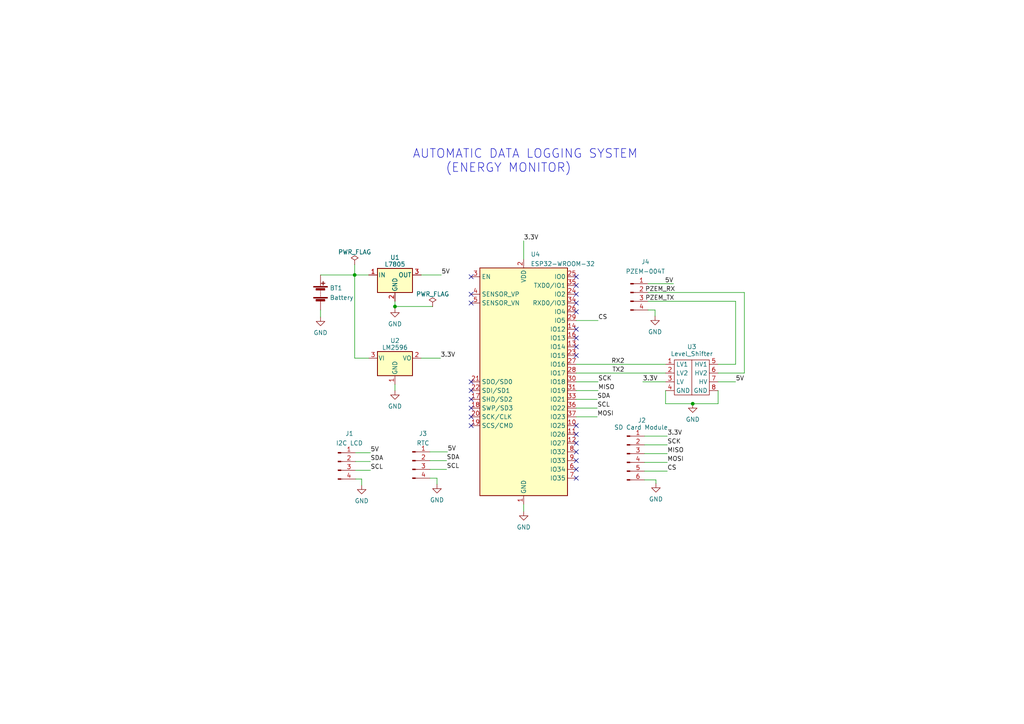
<source format=kicad_sch>
(kicad_sch (version 20211123) (generator eeschema)
  (paper "A4")
  (lib_symbols
    (symbol "Connector:Conn_01x04_Male" (pin_names (offset 1.016) hide)
      (property "Reference" "J" (at 0 5.08 0))
      (property "Value" "Conn_01x04_Male" (at 0 -7.62 0))
      (symbol "Conn_01x04_Male_1_1"
        (polyline (pts (xy 1.27 -5.08) (xy 0.8636 -5.08)) (stroke (width 0.1524)))
        (polyline (pts (xy 1.27 -2.54) (xy 0.8636 -2.54)) (stroke (width 0.1524)))
        (polyline (pts (xy 1.27 0) (xy 0.8636 0)) (stroke (width 0.1524)))
        (polyline (pts (xy 1.27 2.54) (xy 0.8636 2.54)) (stroke (width 0.1524)))
        (rectangle (start 0.8636 -4.953) (end 0 -5.207) (stroke (width 0.1524)) (fill (type outline)))
        (rectangle (start 0.8636 -2.413) (end 0 -2.667) (stroke (width 0.1524)) (fill (type outline)))
        (rectangle (start 0.8636 0.127) (end 0 -0.127) (stroke (width 0.1524)) (fill (type outline)))
        (rectangle (start 0.8636 2.667) (end 0 2.413) (stroke (width 0.1524)) (fill (type outline)))
        (pin passive line (at 5.08 2.54 180) (length 3.81) (name "Pin_1") (number "1"))
        (pin passive line (at 5.08 0 180) (length 3.81) (name "Pin_2") (number "2"))
        (pin passive line (at 5.08 -2.54 180) (length 3.81) (name "Pin_3") (number "3"))
        (pin passive line (at 5.08 -5.08 180) (length 3.81) (name "Pin_4") (number "4"))
      )
    )
    (symbol "Connector:Conn_01x06_Male" (pin_names (offset 1.016) hide)
      (property "Reference" "J" (at 0 7.62 0))
      (property "Value" "Conn_01x06_Male" (at 0 -10.16 0))
      (symbol "Conn_01x06_Male_1_1"
        (polyline (pts (xy 1.27 -7.62) (xy 0.8636 -7.62)) (stroke (width 0.1524)))
        (polyline (pts (xy 1.27 -5.08) (xy 0.8636 -5.08)) (stroke (width 0.1524)))
        (polyline (pts (xy 1.27 -2.54) (xy 0.8636 -2.54)) (stroke (width 0.1524)))
        (polyline (pts (xy 1.27 0) (xy 0.8636 0)) (stroke (width 0.1524)))
        (polyline (pts (xy 1.27 2.54) (xy 0.8636 2.54)) (stroke (width 0.1524)))
        (polyline (pts (xy 1.27 5.08) (xy 0.8636 5.08)) (stroke (width 0.1524)))
        (rectangle (start 0.8636 -7.493) (end 0 -7.747) (stroke (width 0.1524)) (fill (type outline)))
        (rectangle (start 0.8636 -4.953) (end 0 -5.207) (stroke (width 0.1524)) (fill (type outline)))
        (rectangle (start 0.8636 -2.413) (end 0 -2.667) (stroke (width 0.1524)) (fill (type outline)))
        (rectangle (start 0.8636 0.127) (end 0 -0.127) (stroke (width 0.1524)) (fill (type outline)))
        (rectangle (start 0.8636 2.667) (end 0 2.413) (stroke (width 0.1524)) (fill (type outline)))
        (rectangle (start 0.8636 5.207) (end 0 4.953) (stroke (width 0.1524)) (fill (type outline)))
        (pin passive line (at 5.08 5.08 180) (length 3.81) (name "Pin_1") (number "1"))
        (pin passive line (at 5.08 2.54 180) (length 3.81) (name "Pin_2") (number "2"))
        (pin passive line (at 5.08 0 180) (length 3.81) (name "Pin_3") (number "3"))
        (pin passive line (at 5.08 -2.54 180) (length 3.81) (name "Pin_4") (number "4"))
        (pin passive line (at 5.08 -5.08 180) (length 3.81) (name "Pin_5") (number "5"))
        (pin passive line (at 5.08 -7.62 180) (length 3.81) (name "Pin_6") (number "6"))
      )
    )
    (symbol "Custom_Level_Shifter:Level_Shifter"
      (property "Reference" "U" (at 0 5.08 0))
      (property "Value" "Level_Shifter" (at 0 3.175 0))
      (symbol "Level_Shifter_0_1"
        (rectangle (start -5.08 0) (end 5.08 -10.16) (stroke (width 0.1524)))
        (polyline (pts (xy 0 0) (xy 0 -10.16)) (stroke (width 0.1524)))
      )
      (symbol "Level_Shifter_1_1"
        (pin bidirectional line (at -7.62 -1.27 0) (length 2.54) (name "LV1") (number "1"))
        (pin bidirectional line (at -7.62 -3.81 0) (length 2.54) (name "LV2") (number "2"))
        (pin power_in line (at -7.62 -6.35 0) (length 2.54) (name "LV") (number "3"))
        (pin power_in line (at -7.62 -8.89 0) (length 2.54) (name "GND") (number "4"))
        (pin bidirectional line (at 7.62 -1.27 180) (length 2.54) (name "HV1") (number "5"))
        (pin bidirectional line (at 7.62 -3.81 180) (length 2.54) (name "HV2") (number "6"))
        (pin power_in line (at 7.62 -6.35 180) (length 2.54) (name "HV") (number "7"))
        (pin power_in line (at 7.62 -8.89 180) (length 2.54) (name "GND") (number "8"))
      )
    )
    (symbol "Device:Battery" (pin_numbers hide) (pin_names (offset 0) hide)
      (property "Reference" "BT" (at 2.54 2.54 0))
      (property "Value" "Battery" (at 2.54 0 0))
      (symbol "Battery_0_1"
        (rectangle (start -2.032 -1.397) (end 2.032 -1.651) (fill (type outline)))
        (rectangle (start -2.032 1.778) (end 2.032 1.524) (fill (type outline)))
        (rectangle (start -1.3208 -1.9812) (end 1.27 -2.4892) (fill (type outline)))
        (rectangle (start -1.3208 1.1938) (end 1.27 0.6858) (fill (type outline)))
        (polyline (pts (xy 0 -1.524) (xy 0 -1.27)))
        (polyline (pts (xy 0 -1.016) (xy 0 -0.762)))
        (polyline (pts (xy 0 -0.508) (xy 0 -0.254)))
        (polyline (pts (xy 0 0) (xy 0 0.254)))
        (polyline (pts (xy 0 0.508) (xy 0 0.762)))
        (polyline (pts (xy 0 1.778) (xy 0 2.54)))
        (polyline (pts (xy 0.254 2.667) (xy 1.27 2.667)) (stroke (width 0.254)))
        (polyline (pts (xy 0.762 3.175) (xy 0.762 2.159)) (stroke (width 0.254)))
      )
      (symbol "Battery_1_1"
        (pin passive line (at 0 5.08 270) (length 2.54) (name "+") (number "1"))
        (pin passive line (at 0 -5.08 90) (length 2.54) (name "-") (number "2"))
      )
    )
    (symbol "RF_Module:ESP32-WROOM-32"
      (property "Reference" "U?" (at 2.0194 36.9865 0))
      (property "Value" "ESP32-WROOM-32" (at 2.0194 34.2114 0))
      (symbol "ESP32-WROOM-32_0_1"
        (rectangle (start -12.7 33.02) (end 12.7 -33.02) (stroke (width 0.254)) (fill (type background)))
      )
      (symbol "ESP32-WROOM-32_1_1"
        (pin power_in line (at 0 -35.56 90) (length 2.54) (name "GND") (number "1"))
        (pin bidirectional line (at 15.24 -12.7 180) (length 2.54) (name "IO25") (number "10"))
        (pin bidirectional line (at 15.24 -15.24 180) (length 2.54) (name "IO26") (number "11"))
        (pin bidirectional line (at 15.24 -17.78 180) (length 2.54) (name "IO27") (number "12"))
        (pin bidirectional line (at 15.24 10.16 180) (length 2.54) (name "IO14") (number "13"))
        (pin bidirectional line (at 15.24 15.24 180) (length 2.54) (name "IO12") (number "14"))
        (pin passive line (at 0 -35.56 90) (length 2.54) hide (name "GND") (number "15"))
        (pin bidirectional line (at 15.24 12.7 180) (length 2.54) (name "IO13") (number "16"))
        (pin bidirectional line (at -15.24 -5.08 0) (length 2.54) (name "SHD/SD2") (number "17"))
        (pin bidirectional line (at -15.24 -7.62 0) (length 2.54) (name "SWP/SD3") (number "18"))
        (pin bidirectional line (at -15.24 -12.7 0) (length 2.54) (name "SCS/CMD") (number "19"))
        (pin power_in line (at 0 35.56 270) (length 2.54) (name "VDD") (number "2"))
        (pin bidirectional line (at -15.24 -10.16 0) (length 2.54) (name "SCK/CLK") (number "20"))
        (pin bidirectional line (at -15.24 0 0) (length 2.54) (name "SDO/SD0") (number "21"))
        (pin bidirectional line (at -15.24 -2.54 0) (length 2.54) (name "SDI/SD1") (number "22"))
        (pin bidirectional line (at 15.24 7.62 180) (length 2.54) (name "IO15") (number "23"))
        (pin bidirectional line (at 15.24 25.4 180) (length 2.54) (name "IO2") (number "24"))
        (pin bidirectional line (at 15.24 30.48 180) (length 2.54) (name "IO0") (number "25"))
        (pin bidirectional line (at 15.24 20.32 180) (length 2.54) (name "IO4") (number "26"))
        (pin bidirectional line (at 15.24 5.08 180) (length 2.54) (name "IO16") (number "27"))
        (pin bidirectional line (at 15.24 2.54 180) (length 2.54) (name "IO17") (number "28"))
        (pin bidirectional line (at 15.24 17.78 180) (length 2.54) (name "IO5") (number "29"))
        (pin input line (at -15.24 30.48 0) (length 2.54) (name "EN") (number "3"))
        (pin bidirectional line (at 15.24 0 180) (length 2.54) (name "IO18") (number "30"))
        (pin bidirectional line (at 15.24 -2.54 180) (length 2.54) (name "IO19") (number "31"))
        (pin no_connect line (at -12.7 -27.94 0) (length 2.54) hide (name "NC") (number "32"))
        (pin bidirectional line (at 15.24 -5.08 180) (length 2.54) (name "IO21") (number "33"))
        (pin bidirectional line (at 15.24 22.86 180) (length 2.54) (name "RXD0/IO3") (number "34"))
        (pin bidirectional line (at 15.24 27.94 180) (length 2.54) (name "TXD0/IO1") (number "35"))
        (pin bidirectional line (at 15.24 -7.62 180) (length 2.54) (name "IO22") (number "36"))
        (pin bidirectional line (at 15.24 -10.16 180) (length 2.54) (name "IO23") (number "37"))
        (pin passive line (at 0 -35.56 90) (length 2.54) hide (name "GND") (number "38"))
        (pin passive line (at 0 -35.56 90) (length 2.54) hide (name "GND") (number "39"))
        (pin input line (at -15.24 25.4 0) (length 2.54) (name "SENSOR_VP") (number "4"))
        (pin input line (at -15.24 22.86 0) (length 2.54) (name "SENSOR_VN") (number "5"))
        (pin input line (at 15.24 -25.4 180) (length 2.54) (name "IO34") (number "6"))
        (pin input line (at 15.24 -27.94 180) (length 2.54) (name "IO35") (number "7"))
        (pin bidirectional line (at 15.24 -20.32 180) (length 2.54) (name "IO32") (number "8"))
        (pin bidirectional line (at 15.24 -22.86 180) (length 2.54) (name "IO33") (number "9"))
      )
    )
    (symbol "Regulator_Linear:L7805" (pin_names (offset 0.254))
      (property "Reference" "U" (at -3.81 3.175 0))
      (property "Value" "L7805" (at 0 3.175 0))
      (symbol "L7805_0_1"
        (rectangle (start -5.08 1.905) (end 5.08 -5.08) (stroke (width 0.254)) (fill (type background)))
      )
      (symbol "L7805_1_1"
        (pin power_in line (at -7.62 0 0) (length 2.54) (name "IN") (number "1"))
        (pin power_in line (at 0 -7.62 90) (length 2.54) (name "GND") (number "2"))
        (pin power_out line (at 7.62 0 180) (length 2.54) (name "OUT") (number "3"))
      )
    )
    (symbol "Regulator_Linear:LM1117-3.3" (pin_names (offset 0.254))
      (property "Reference" "U" (at -3.81 3.175 0))
      (property "Value" "LM1117-3.3" (at 0 3.175 0))
      (symbol "LM1117-3.3_0_1"
        (rectangle (start -5.08 -5.08) (end 5.08 1.905) (stroke (width 0.254)) (fill (type background)))
      )
      (symbol "LM1117-3.3_1_1"
        (pin power_in line (at 0 -7.62 90) (length 2.54) (name "GND") (number "1"))
        (pin power_out line (at 7.62 0 180) (length 2.54) (name "VO") (number "2"))
        (pin power_in line (at -7.62 0 0) (length 2.54) (name "VI") (number "3"))
      )
    )
    (symbol "power:GND" (power) (pin_names (offset 0))
      (property "Value" "GND" (at 0 -3.81 0))
      (symbol "GND_0_1"
        (polyline (pts (xy 0 0) (xy 0 -1.27) (xy 1.27 -1.27) (xy 0 -2.54) (xy -1.27 -1.27) (xy 0 -1.27)))
      )
      (symbol "GND_1_1"
        (pin power_in line (at 0 0 270) (length 0) hide (name "GND") (number "1"))
      )
    )
    (symbol "power:PWR_FLAG" (power) (pin_numbers hide) (pin_names (offset 0) hide)
      (property "Value" "PWR_FLAG" (at 0 3.81 0))
      (symbol "PWR_FLAG_0_0"
        (pin power_out line (at 0 0 90) (length 0) (name "pwr") (number "1"))
      )
      (symbol "PWR_FLAG_0_1"
        (polyline (pts (xy 0 0) (xy 0 1.27) (xy -1.016 1.905) (xy 0 2.54) (xy 1.016 1.905) (xy 0 1.27)))
      )
    )
  )
  (junction (at 114.554 88.9))
  (junction (at 200.914 117.094))
  (junction (at 102.87 79.756))
  (no_connect (at 167.132 103.124))
  (no_connect (at 167.132 100.584))
  (no_connect (at 136.652 85.344))
  (no_connect (at 136.652 87.884))
  (no_connect (at 136.652 113.284))
  (no_connect (at 136.652 110.744))
  (no_connect (at 167.132 123.444))
  (no_connect (at 136.652 115.824))
  (no_connect (at 136.652 120.904))
  (no_connect (at 136.652 118.364))
  (no_connect (at 136.652 123.444))
  (no_connect (at 167.132 138.684))
  (no_connect (at 167.132 125.984))
  (no_connect (at 167.132 133.604))
  (no_connect (at 167.132 136.144))
  (no_connect (at 167.132 131.064))
  (no_connect (at 167.132 128.524))
  (no_connect (at 167.132 90.424))
  (no_connect (at 167.132 95.504))
  (no_connect (at 167.132 98.044))
  (no_connect (at 167.132 80.264))
  (no_connect (at 167.132 85.344))
  (no_connect (at 167.132 82.804))
  (no_connect (at 167.132 87.884))
  (no_connect (at 136.652 80.264))
  (wire (pts (xy 186.944 131.572) (xy 193.548 131.572)))
  (wire (pts (xy 151.892 69.85) (xy 151.892 75.184)))
  (wire (pts (xy 114.554 111.506) (xy 114.554 113.284)))
  (wire (pts (xy 208.28 108.204) (xy 215.9 108.204)))
  (wire (pts (xy 195.326 82.296) (xy 187.96 82.296)))
  (wire (pts (xy 189.992 91.694) (xy 189.992 89.916)))
  (wire (pts (xy 114.554 87.376) (xy 114.554 88.9)))
  (wire (pts (xy 190.246 139.192) (xy 190.246 140.208)))
  (wire (pts (xy 103.124 131.318) (xy 107.442 131.318)))
  (wire (pts (xy 213.36 105.664) (xy 213.36 87.376)))
  (wire (pts (xy 167.132 105.664) (xy 193.04 105.664)))
  (wire (pts (xy 102.87 103.886) (xy 102.87 79.756)))
  (wire (pts (xy 103.124 138.938) (xy 104.902 138.938)))
  (wire (pts (xy 124.714 131.064) (xy 129.794 131.064)))
  (wire (pts (xy 167.132 118.364) (xy 173.228 118.364)))
  (wire (pts (xy 167.132 92.964) (xy 173.482 92.964)))
  (wire (pts (xy 126.746 138.684) (xy 126.746 140.462)))
  (wire (pts (xy 151.892 146.304) (xy 151.892 148.336)))
  (wire (pts (xy 92.964 89.916) (xy 92.964 91.948)))
  (wire (pts (xy 124.714 138.684) (xy 126.746 138.684)))
  (wire (pts (xy 186.944 136.652) (xy 193.548 136.652)))
  (wire (pts (xy 186.944 134.112) (xy 193.548 134.112)))
  (wire (pts (xy 92.964 79.756) (xy 102.87 79.756)))
  (wire (pts (xy 186.436 110.744) (xy 193.04 110.744)))
  (wire (pts (xy 215.9 108.204) (xy 215.9 84.836)))
  (wire (pts (xy 189.992 89.916) (xy 187.96 89.916)))
  (wire (pts (xy 124.714 133.604) (xy 129.54 133.604)))
  (wire (pts (xy 103.124 136.398) (xy 107.442 136.398)))
  (wire (pts (xy 208.28 105.664) (xy 213.36 105.664)))
  (wire (pts (xy 186.944 139.192) (xy 190.246 139.192)))
  (wire (pts (xy 187.96 87.376) (xy 213.36 87.376)))
  (wire (pts (xy 102.87 76.708) (xy 102.87 79.756)))
  (wire (pts (xy 114.554 88.9) (xy 114.554 89.408)))
  (wire (pts (xy 193.04 117.094) (xy 200.914 117.094)))
  (wire (pts (xy 106.934 103.886) (xy 102.87 103.886)))
  (wire (pts (xy 208.28 110.744) (xy 213.36 110.744)))
  (wire (pts (xy 167.132 110.744) (xy 173.482 110.744)))
  (wire (pts (xy 208.28 117.094) (xy 200.914 117.094)))
  (wire (pts (xy 122.174 103.886) (xy 127.762 103.886)))
  (wire (pts (xy 103.124 133.858) (xy 107.442 133.858)))
  (wire (pts (xy 167.132 108.204) (xy 193.04 108.204)))
  (wire (pts (xy 186.944 129.032) (xy 193.548 129.032)))
  (wire (pts (xy 187.96 84.836) (xy 215.9 84.836)))
  (wire (pts (xy 114.554 88.9) (xy 125.476 88.9)))
  (wire (pts (xy 124.714 136.144) (xy 129.54 136.144)))
  (wire (pts (xy 122.174 79.756) (xy 128.016 79.756)))
  (wire (pts (xy 104.902 138.938) (xy 104.902 140.716)))
  (wire (pts (xy 167.132 113.284) (xy 173.482 113.284)))
  (wire (pts (xy 186.944 126.492) (xy 193.548 126.492)))
  (wire (pts (xy 167.132 115.824) (xy 173.228 115.824)))
  (wire (pts (xy 167.132 120.904) (xy 173.228 120.904)))
  (wire (pts (xy 208.28 113.284) (xy 208.28 117.094)))
  (wire (pts (xy 102.87 79.756) (xy 106.934 79.756)))
  (wire (pts (xy 193.04 113.284) (xy 193.04 117.094)))
  (text "AUTOMATIC DATA LOGGING SYSTEM\n	(ENERGY MONITOR)" (at 119.634 50.292 0) (effects (font (size 2.54 2.54)) (justify left bottom)))
  (label "MISO" (at 173.482 113.284 0))
  (label "RX2" (at 177.292 105.664 0))
  (label "PZEM_RX" (at 195.834 84.836 180))
  (label "5V" (at 128.016 79.756 0))
  (label "3.3V" (at 127.762 103.886 0))
  (label "3.3V" (at 151.892 69.85 0))
  (label "TX2" (at 177.546 108.204 0))
  (label "5V" (at 213.36 110.744 0))
  (label "SCK" (at 193.548 129.032 0))
  (label "SDA" (at 107.442 133.858 0))
  (label "CS" (at 173.482 92.964 0))
  (label "5V" (at 107.442 131.318 0))
  (label "SDA" (at 129.54 133.604 0))
  (label "MOSI" (at 193.548 134.112 0))
  (label "5V" (at 195.326 82.296 180))
  (label "SCK" (at 173.482 110.744 0))
  (label "SDA" (at 173.228 115.824 0))
  (label "SCL" (at 173.228 118.364 0))
  (label "MOSI" (at 173.228 120.904 0))
  (label "3.3V" (at 193.548 126.492 0))
  (label "PZEM_TX" (at 195.58 87.376 180))
  (label "3.3V" (at 186.436 110.744 0))
  (label "MISO" (at 193.548 131.572 0))
  (label "SCL" (at 129.54 136.144 0))
  (label "CS" (at 193.548 136.652 0))
  (label "SCL" (at 107.442 136.398 0))
  (label "5V" (at 129.794 131.064 0))
  (symbol (lib_id "power:PWR_FLAG") (at 125.476 88.9 0) (unit 1)
    (property "Reference" "#FLG02" (effects hide))
    (property "Value" "PWR_FLAG" (at 125.476 85.2955 0))
  )
  (symbol (lib_id "power:GND") (at 92.964 91.948 0) (unit 1)
    (property "Reference" "#PWR01" (effects hide))
    (property "Value" "GND" (at 92.964 96.5105 0))
  )
  (symbol (lib_id "power:GND") (at 114.554 89.408 0) (unit 1)
    (property "Reference" "#PWR03" (effects hide))
    (property "Value" "GND" (at 114.554 93.9705 0))
  )
  (symbol (lib_id "power:GND") (at 114.554 113.284 0) (unit 1)
    (property "Reference" "#PWR04" (effects hide))
    (property "Value" "GND" (at 114.554 117.8465 0))
  )
  (symbol (lib_id "power:GND") (at 151.892 148.336 0) (unit 1)
    (property "Reference" "#PWR06" (effects hide))
    (property "Value" "GND" (at 151.892 152.8985 0))
  )
  (symbol (lib_id "Regulator_Linear:L7805") (at 114.554 79.756 0) (unit 1)
    (property "Reference" "U1" (at 114.554 74.676 0))
    (property "Value" "L7805" (at 114.554 76.6596 0))
    (property "Datasheet" "http://www.st.com/content/ccc/resource/technical/document/datasheet/41/4f/b3/b0/12/d4/47/88/CD00000444.pdf/files/CD00000444.pdf/jcr:content/translations/en.CD00000444.pdf" (effects hide))
  )
  (symbol (lib_id "Connector:Conn_01x04_Male") (at 98.044 133.858 0) (unit 1)
    (property "Reference" "J1" (at 101.346 125.7489 0))
    (property "Value" "I2C LCD" (at 101.346 128.524 0))
  )
  (symbol (lib_id "power:GND") (at 126.746 140.462 0) (unit 1)
    (property "Reference" "#PWR05" (effects hide))
    (property "Value" "GND" (at 126.746 145.0245 0))
  )
  (symbol (lib_id "RF_Module:ESP32-WROOM-32") (at 151.892 110.744 0) (unit 1)
    (property "Reference" "U4" (at 153.9114 73.7575 0) (effects (justify left)))
    (property "Value" "ESP32-WROOM-32" (at 153.9114 76.5326 0) (effects (justify left)))
    (property "Footprint" "RF_Module:ESP32-WROOM-32" (effects hide))
    (property "Datasheet" "https://www.espressif.com/sites/default/files/documentation/esp32-wroom-32_datasheet_en.pdf" (effects hide))
  )
  (symbol (lib_id "power:GND") (at 190.246 140.208 0) (unit 1)
    (property "Reference" "#PWR08" (effects hide))
    (property "Value" "GND" (at 190.246 144.7705 0))
  )
  (symbol (lib_id "power:GND") (at 189.992 91.694 0) (mirror y) (unit 1)
    (property "Reference" "#PWR07" (effects hide))
    (property "Value" "GND" (at 189.992 96.2565 0))
  )
  (symbol (lib_id "Device:Battery") (at 92.964 84.836 0) (unit 1)
    (property "Reference" "BT1" (at 95.631 83.5465 0) (effects (justify left)))
    (property "Value" "Battery" (at 95.631 86.3216 0) (effects (justify left)))
  )
  (symbol (lib_id "Connector:Conn_01x04_Male") (at 119.634 133.604 0) (unit 1)
    (property "Reference" "J3" (at 122.682 125.7489 0))
    (property "Value" "RTC" (at 122.682 128.524 0))
  )
  (symbol (lib_id "power:PWR_FLAG") (at 102.87 76.708 0) (unit 1)
    (property "Reference" "#FLG01" (effects hide))
    (property "Value" "PWR_FLAG" (at 102.87 73.1035 0))
  )
  (symbol (lib_id "Regulator_Linear:LM1117-3.3") (at 114.554 103.886 0) (unit 1)
    (property "Reference" "U2" (at 114.554 98.806 0))
    (property "Value" "LM2596" (at 114.554 100.7896 0))
    (property "Datasheet" "http://www.ti.com/lit/ds/symlink/lm1117.pdf" (effects hide))
  )
  (symbol (lib_id "power:GND") (at 104.902 140.716 0) (unit 1)
    (property "Reference" "#PWR02" (effects hide))
    (property "Value" "GND" (at 104.902 145.2785 0))
  )
  (symbol (lib_id "Connector:Conn_01x04_Male") (at 182.88 84.836 0) (unit 1)
    (property "Reference" "J4" (at 187.198 75.946 0))
    (property "Value" "PZEM-004T" (at 187.198 78.7211 0))
  )
  (symbol (lib_id "Custom_Level_Shifter:Level_Shifter") (at 200.66 104.394 0) (unit 1)
    (property "Reference" "U3" (at 200.66 100.584 0))
    (property "Value" "Level_Shifter" (at 200.66 102.616 0))
  )
  (symbol (lib_id "power:GND") (at 200.914 117.094 0) (unit 1)
    (property "Reference" "#PWR09" (effects hide))
    (property "Value" "GND" (at 200.914 121.6565 0))
  )
  (symbol (lib_id "Connector:Conn_01x06_Male") (at 181.864 131.572 0) (unit 1)
    (property "Reference" "J2" (at 186.182 121.92 0))
    (property "Value" "SD Card Module" (at 185.928 123.952 0))
  )
)
</source>
